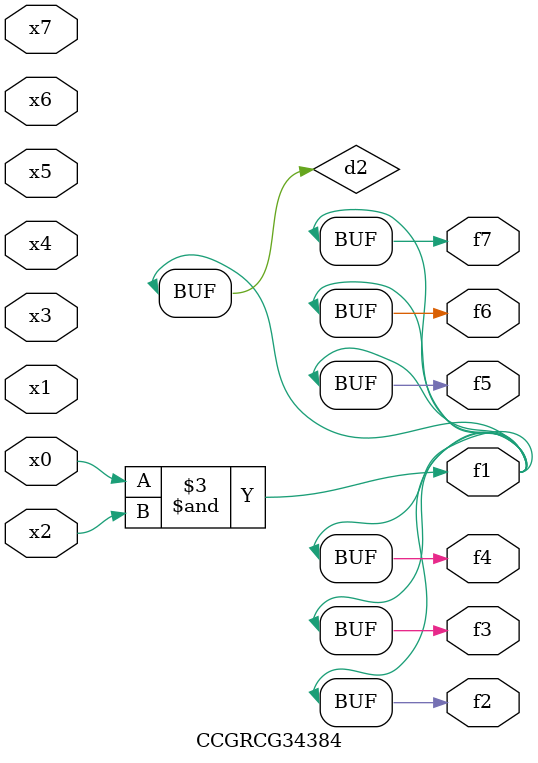
<source format=v>
module CCGRCG34384(
	input x0, x1, x2, x3, x4, x5, x6, x7,
	output f1, f2, f3, f4, f5, f6, f7
);

	wire d1, d2;

	nor (d1, x3, x6);
	and (d2, x0, x2);
	assign f1 = d2;
	assign f2 = d2;
	assign f3 = d2;
	assign f4 = d2;
	assign f5 = d2;
	assign f6 = d2;
	assign f7 = d2;
endmodule

</source>
